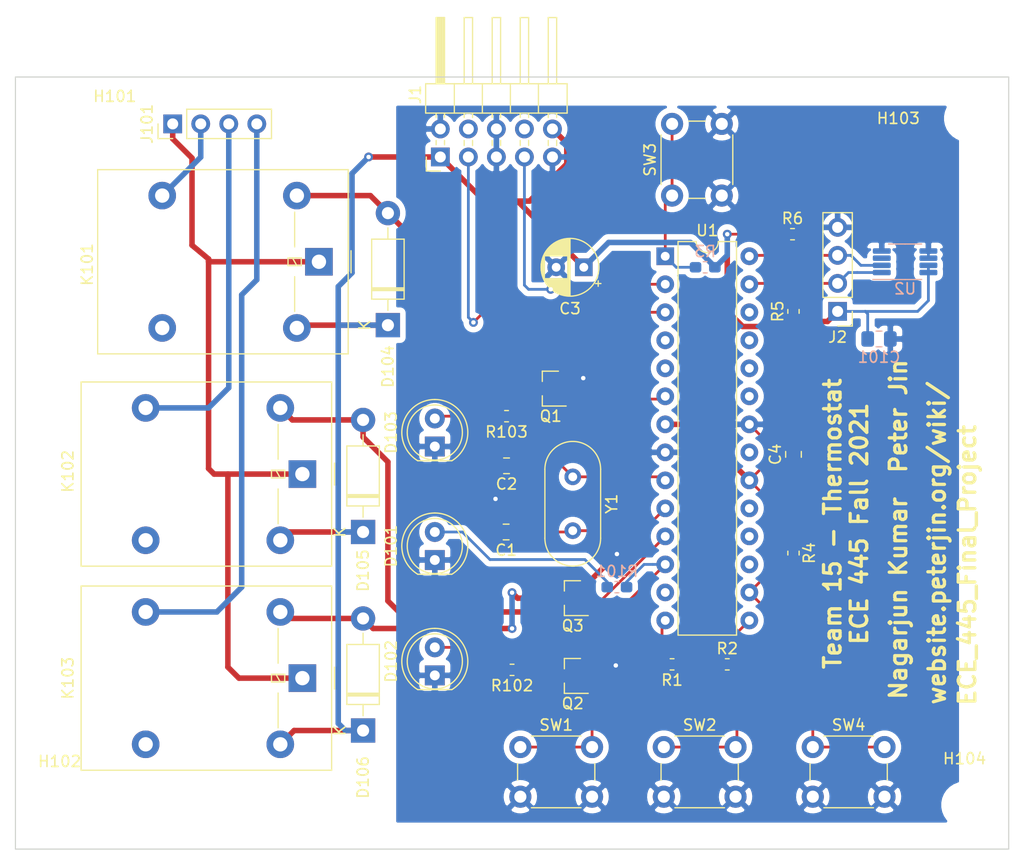
<source format=kicad_pcb>
(kicad_pcb (version 20171130) (host pcbnew 5.1.5+dfsg1-2build2)
  (layers (0 F.Cu signal) (31 B.Cu signal) (34 B.Paste user) (35 F.Paste user) (36 B.SilkS user) (37 F.SilkS user) (38 B.Mask user) (39 F.Mask user) (44 Edge.Cuts user))
  (net 0 "")
  (net 1 GND)
  (net 2 "Net-(C1-Pad1)")
  (net 3 "Net-(C2-Pad1)")
  (net 4 +5V)
  (net 5 "Net-(J1-Pad8)")
  (net 6 "Net-(J1-Pad7)")
  (net 7 "Net-(J1-Pad4)")
  (net 8 "Net-(J1-Pad3)")
  (net 9 "Net-(J2-Pad3)")
  (net 10 "Net-(J2-Pad2)")
  (net 11 "Net-(Q1-Pad1)")
  (net 12 "Net-(Q2-Pad1)")
  (net 13 "Net-(Q3-Pad1)")
  (net 14 "Net-(R1-Pad2)")
  (net 15 "Net-(R2-Pad2)")
  (net 16 "Net-(R3-Pad2)")
  (net 17 "Net-(R4-Pad2)")
  (net 18 "Net-(U1-Pad13)")
  (net 19 "Net-(U1-Pad26)")
  (net 20 "Net-(U1-Pad25)")
  (net 21 "Net-(U1-Pad24)")
  (net 22 "Net-(U1-Pad23)")
  (net 23 "Net-(U1-Pad21)")
  (net 24 "Net-(U1-Pad19)")
  (net 25 "Net-(U1-Pad5)")
  (net 26 "Net-(U1-Pad18)")
  (net 27 "Net-(U1-Pad4)")
  (net 28 "Net-(U1-Pad17)")
  (net 29 "Net-(U2-Pad3)")
  (net 30 "Net-(D101-Pad2)")
  (net 31 "Net-(D102-Pad2)")
  (net 32 "Net-(D103-Pad2)")
  (net 33 "Net-(D104-Pad2)")
  (net 34 "Net-(D105-Pad2)")
  (net 35 "Net-(D106-Pad2)")
  (net 36 "Net-(J101-Pad4)")
  (net 37 "Net-(J101-Pad3)")
  (net 38 "Net-(J101-Pad2)")
  (net 39 "Net-(J101-Pad1)")
  (net 40 "Net-(K101-Pad4)")
  (net 41 "Net-(K102-Pad4)")
  (net 42 "Net-(K103-Pad4)")
  (module MountingHole:MountingHole_3.2mm_M3 (layer F.Cu) (at 156 106)
    (fp_text reference H104 (at 0 -4.2) (layer F.SilkS))
    (fp_text value MountingHole)
    (pad 1 np_thru_hole circle (at 0 0) (size 3.2 3.2) (drill 3.2) (layers *.Cu *.Mask))
  )
  (module MountingHole:MountingHole_3.2mm_M3 (layer F.Cu) (at 156.25 43.75)
    (fp_text reference H103 (at -6.25 0) (layer F.SilkS))
    (fp_text value MountingHole)
    (pad 1 np_thru_hole circle (at 0 0) (size 3.2 3.2) (drill 3.2) (layers *.Cu *.Mask))
  )
  (module MountingHole:MountingHole_3.2mm_M3 (layer F.Cu) (at 74 106.25)
    (fp_text reference H102 (at 0 -4.2) (layer F.SilkS))
    (fp_text value MountingHole)
    (pad 1 np_thru_hole circle (at 0 0) (size 3.2 3.2) (drill 3.2) (layers *.Cu *.Mask))
  )
  (module MountingHole:MountingHole_3.2mm_M3 (layer F.Cu) (at 73.75 43.75)
    (fp_text reference H101 (at 5.25 -2) (layer F.SilkS))
    (fp_text value MountingHole)
    (pad 1 np_thru_hole circle (at 0 0) (size 3.2 3.2) (drill 3.2) (layers *.Cu *.Mask))
  )
  (module Capacitor_SMD:C_0805_2012Metric_Pad1.15x1.40mm_HandSolder (layer B.Cu) (at 148.25 63.75)
    (fp_text reference C101 (at 0 1.65) (layer B.SilkS) (effects (justify mirror)))
    (fp_text value 1uF)
    (pad 2 smd roundrect (at 1.025 0) (size 1.15 1.4) (layers B.Cu B.Paste B.Mask) (roundrect_rratio 0.217391) (net 1 GND))
    (pad 1 smd roundrect (at -1.025 0) (size 1.15 1.4) (layers B.Cu B.Paste B.Mask) (roundrect_rratio 0.217391) (net 4 +5V))
  )
  (module Package_SO:MSOP-8_3x3mm_P0.65mm (layer B.Cu) (at 150.6125 56.75)
    (fp_text reference U2 (at 0 2.45) (layer B.SilkS) (effects (justify mirror)))
    (fp_text value MCP9804_MSOP)
    (pad 8 smd roundrect (at 2.1125 0.975) (size 1.625 0.5) (layers B.Cu B.Paste B.Mask) (net 4 +5V))
    (pad 7 smd roundrect (at 2.1125 0.325) (size 1.625 0.5) (layers B.Cu B.Paste B.Mask) (net 4 +5V))
    (pad 6 smd roundrect (at 2.1125 -0.325) (size 1.625 0.5) (layers B.Cu B.Paste B.Mask) (net 1 GND))
    (pad 5 smd roundrect (at 2.1125 -0.975) (size 1.625 0.5) (layers B.Cu B.Paste B.Mask) (net 1 GND))
    (pad 4 smd roundrect (at -2.1125 -0.975) (size 1.625 0.5) (layers B.Cu B.Paste B.Mask) (net 1 GND))
    (pad 3 smd roundrect (at -2.1125 -0.325) (size 1.625 0.5) (layers B.Cu B.Paste B.Mask) (net 29 "Net-(U2-Pad3)"))
    (pad 2 smd roundrect (at -2.1125 0.325) (size 1.625 0.5) (layers B.Cu B.Paste B.Mask) (net 9 "Net-(J2-Pad3)"))
    (pad 1 smd roundrect (at -2.1125 0.975) (size 1.625 0.5) (layers B.Cu B.Paste B.Mask) (net 10 "Net-(J2-Pad2)"))
  )
  (module Resistor_SMD:R_0603_1608Metric_Pad1.05x0.95mm_HandSolder (layer F.Cu) (at 114.5 70.75 180)
    (fp_text reference R103 (at 0 -1.43) (layer F.SilkS))
    (fp_text value 220)
    (pad 2 smd roundrect (at 0.875 0 180) (size 1.05 0.95) (layers F.Cu F.Paste F.Mask) (net 32 "Net-(D103-Pad2)"))
    (pad 1 smd roundrect (at -0.875 0 180) (size 1.05 0.95) (layers F.Cu F.Paste F.Mask) (net 11 "Net-(Q1-Pad1)"))
  )
  (module Resistor_SMD:R_0603_1608Metric_Pad1.05x0.95mm_HandSolder (layer F.Cu) (at 115 93.75 180)
    (fp_text reference R102 (at 0 -1.43) (layer F.SilkS))
    (fp_text value 220)
    (pad 2 smd roundrect (at 0.875 0 180) (size 1.05 0.95) (layers F.Cu F.Paste F.Mask) (net 31 "Net-(D102-Pad2)"))
    (pad 1 smd roundrect (at -0.875 0 180) (size 1.05 0.95) (layers F.Cu F.Paste F.Mask) (net 12 "Net-(Q2-Pad1)"))
  )
  (module Resistor_SMD:R_0603_1608Metric_Pad1.05x0.95mm_HandSolder (layer B.Cu) (at 124.5 86.25 180)
    (fp_text reference R101 (at 0 1.43) (layer B.SilkS) (effects (justify mirror)))
    (fp_text value 220)
    (pad 2 smd roundrect (at 0.875 0 180) (size 1.05 0.95) (layers B.Cu B.Paste B.Mask) (net 30 "Net-(D101-Pad2)"))
    (pad 1 smd roundrect (at -0.875 0 180) (size 1.05 0.95) (layers B.Cu B.Paste B.Mask) (net 13 "Net-(Q3-Pad1)"))
  )
  (module Resistor_SMD:R_0603_1608Metric_Pad1.05x0.95mm_HandSolder (layer F.Cu) (at 140.4125 54.25)
    (fp_text reference R6 (at 0 -1.43) (layer F.SilkS))
    (fp_text value 2.2k)
    (pad 2 smd roundrect (at 0.875 0) (size 1.05 0.95) (layers F.Cu F.Paste F.Mask) (net 9 "Net-(J2-Pad3)"))
    (pad 1 smd roundrect (at -0.875 0) (size 1.05 0.95) (layers F.Cu F.Paste F.Mask) (net 4 +5V))
  )
  (module Resistor_SMD:R_0603_1608Metric_Pad1.05x0.95mm_HandSolder (layer F.Cu) (at 140.5 61.25 90)
    (fp_text reference R5 (at 0 -1.43 90) (layer F.SilkS))
    (fp_text value 2.2k)
    (pad 2 smd roundrect (at 0.875 0 90) (size 1.05 0.95) (layers F.Cu F.Paste F.Mask) (net 10 "Net-(J2-Pad2)"))
    (pad 1 smd roundrect (at -0.875 0 90) (size 1.05 0.95) (layers F.Cu F.Paste F.Mask) (net 4 +5V))
  )
  (module Resistor_SMD:R_0603_1608Metric_Pad1.05x0.95mm_HandSolder (layer F.Cu) (at 140.5 83.1625 270)
    (fp_text reference R4 (at 0 -1.43 90) (layer F.SilkS))
    (fp_text value 15k)
    (pad 2 smd roundrect (at 0.875 0 270) (size 1.05 0.95) (layers F.Cu F.Paste F.Mask) (net 17 "Net-(R4-Pad2)"))
    (pad 1 smd roundrect (at -0.875 0 270) (size 1.05 0.95) (layers F.Cu F.Paste F.Mask) (net 4 +5V))
  )
  (module Resistor_SMD:R_0603_1608Metric_Pad1.05x0.95mm_HandSolder (layer B.Cu) (at 132.5 57.25 180)
    (fp_text reference R3 (at 0 1.43) (layer B.SilkS) (effects (justify mirror)))
    (fp_text value 15k)
    (pad 2 smd roundrect (at 0.875 0 180) (size 1.05 0.95) (layers B.Cu B.Paste B.Mask) (net 16 "Net-(R3-Pad2)"))
    (pad 1 smd roundrect (at -0.875 0 180) (size 1.05 0.95) (layers B.Cu B.Paste B.Mask) (net 4 +5V))
  )
  (module Resistor_SMD:R_0603_1608Metric_Pad1.05x0.95mm_HandSolder (layer F.Cu) (at 134.5 93.25)
    (fp_text reference R2 (at 0 -1.43) (layer F.SilkS))
    (fp_text value 15k)
    (pad 2 smd roundrect (at 0.875 0) (size 1.05 0.95) (layers F.Cu F.Paste F.Mask) (net 15 "Net-(R2-Pad2)"))
    (pad 1 smd roundrect (at -0.875 0) (size 1.05 0.95) (layers F.Cu F.Paste F.Mask) (net 4 +5V))
  )
  (module Resistor_SMD:R_0603_1608Metric_Pad1.05x0.95mm_HandSolder (layer F.Cu) (at 129.5 93.25 180)
    (fp_text reference R1 (at 0 -1.43) (layer F.SilkS))
    (fp_text value 15k)
    (pad 2 smd roundrect (at 0.875 0 180) (size 1.05 0.95) (layers F.Cu F.Paste F.Mask) (net 14 "Net-(R1-Pad2)"))
    (pad 1 smd roundrect (at -0.875 0 180) (size 1.05 0.95) (layers F.Cu F.Paste F.Mask) (net 4 +5V))
  )
  (module Relay_THT:Relay_SPDT_Omron-G5LE-1 (layer F.Cu) (at 96 94.5 270)
    (fp_text reference K103 (at 0 21.25 90) (layer F.SilkS))
    (fp_text value G5LE-1)
    (pad 1 thru_hole rect (at 0 0 270) (size 2.5 2.5) (drill 1.3) (layers *.Cu *.Mask) (net 39 "Net-(J101-Pad1)"))
    (pad 2 thru_hole oval (at -6 2 270) (size 2.5 2.5) (drill 1.3) (layers *.Cu *.Mask) (net 35 "Net-(D106-Pad2)"))
    (pad 3 thru_hole oval (at -6 14.2 270) (size 2.5 2.5) (drill 1.3) (layers *.Cu *.Mask) (net 36 "Net-(J101-Pad4)"))
    (pad 4 thru_hole oval (at 6 14.2 270) (size 2.5 2.5) (drill 1.3) (layers *.Cu *.Mask) (net 42 "Net-(K103-Pad4)"))
    (pad 5 thru_hole oval (at 6 2 270) (size 2.5 2.5) (drill 1.3) (layers *.Cu *.Mask) (net 4 +5V))
  )
  (module Relay_THT:Relay_SPDT_Omron-G5LE-1 (layer F.Cu) (at 96 76 270)
    (fp_text reference K102 (at -0.25 21.25 90) (layer F.SilkS))
    (fp_text value G5LE-1)
    (pad 1 thru_hole rect (at 0 0 270) (size 2.5 2.5) (drill 1.3) (layers *.Cu *.Mask) (net 39 "Net-(J101-Pad1)"))
    (pad 2 thru_hole oval (at -6 2 270) (size 2.5 2.5) (drill 1.3) (layers *.Cu *.Mask) (net 34 "Net-(D105-Pad2)"))
    (pad 3 thru_hole oval (at -6 14.2 270) (size 2.5 2.5) (drill 1.3) (layers *.Cu *.Mask) (net 37 "Net-(J101-Pad3)"))
    (pad 4 thru_hole oval (at 6 14.2 270) (size 2.5 2.5) (drill 1.3) (layers *.Cu *.Mask) (net 41 "Net-(K102-Pad4)"))
    (pad 5 thru_hole oval (at 6 2 270) (size 2.5 2.5) (drill 1.3) (layers *.Cu *.Mask) (net 4 +5V))
  )
  (module Relay_THT:Relay_SPDT_Omron-G5LE-1 (layer F.Cu) (at 97.5 56.75 270)
    (fp_text reference K101 (at 0.25 21 90) (layer F.SilkS))
    (fp_text value G5LE-1)
    (pad 1 thru_hole rect (at 0 0 270) (size 2.5 2.5) (drill 1.3) (layers *.Cu *.Mask) (net 39 "Net-(J101-Pad1)"))
    (pad 2 thru_hole oval (at -6 2 270) (size 2.5 2.5) (drill 1.3) (layers *.Cu *.Mask) (net 33 "Net-(D104-Pad2)"))
    (pad 3 thru_hole oval (at -6 14.2 270) (size 2.5 2.5) (drill 1.3) (layers *.Cu *.Mask) (net 38 "Net-(J101-Pad2)"))
    (pad 4 thru_hole oval (at 6 14.2 270) (size 2.5 2.5) (drill 1.3) (layers *.Cu *.Mask) (net 40 "Net-(K101-Pad4)"))
    (pad 5 thru_hole oval (at 6 2 270) (size 2.5 2.5) (drill 1.3) (layers *.Cu *.Mask) (net 4 +5V))
  )
  (module Connector_PinHeader_2.54mm:PinHeader_1x04_P2.54mm_Vertical (layer F.Cu) (at 84.25 44.25 90)
    (fp_text reference J101 (at 0 -2.33 90) (layer F.SilkS))
    (fp_text value Conn_01x04)
    (pad 1 thru_hole rect (at 0 0 90) (size 1.7 1.7) (drill 1) (layers *.Cu *.Mask) (net 39 "Net-(J101-Pad1)"))
    (pad 2 thru_hole oval (at 0 2.54 90) (size 1.7 1.7) (drill 1) (layers *.Cu *.Mask) (net 38 "Net-(J101-Pad2)"))
    (pad 3 thru_hole oval (at 0 5.08 90) (size 1.7 1.7) (drill 1) (layers *.Cu *.Mask) (net 37 "Net-(J101-Pad3)"))
    (pad 4 thru_hole oval (at 0 7.62 90) (size 1.7 1.7) (drill 1) (layers *.Cu *.Mask) (net 36 "Net-(J101-Pad4)"))
  )
  (module Diode_THT:D_DO-41_SOD81_P10.16mm_Horizontal (layer F.Cu) (at 101.5 99.25 90)
    (fp_text reference D106 (at -4.25 0 90) (layer F.SilkS))
    (fp_text value 1N4001)
    (fp_text user K (at 0 -2.1 90) (layer F.SilkS))
    (pad 2 thru_hole oval (at 10.16 0 90) (size 2.2 2.2) (drill 1.1) (layers *.Cu *.Mask) (net 35 "Net-(D106-Pad2)"))
    (pad 1 thru_hole rect (at 0 0 90) (size 2.2 2.2) (drill 1.1) (layers *.Cu *.Mask) (net 4 +5V))
  )
  (module Diode_THT:D_DO-41_SOD81_P10.16mm_Horizontal (layer F.Cu) (at 101.5 81.25 90)
    (fp_text reference D105 (at -3.5 0 90) (layer F.SilkS))
    (fp_text value 1N4001)
    (fp_text user K (at 0 -2.1 90) (layer F.SilkS))
    (pad 2 thru_hole oval (at 10.16 0 90) (size 2.2 2.2) (drill 1.1) (layers *.Cu *.Mask) (net 34 "Net-(D105-Pad2)"))
    (pad 1 thru_hole rect (at 0 0 90) (size 2.2 2.2) (drill 1.1) (layers *.Cu *.Mask) (net 4 +5V))
  )
  (module Diode_THT:D_DO-41_SOD81_P10.16mm_Horizontal (layer F.Cu) (at 103.75 62.5 90)
    (fp_text reference D104 (at -3.75 0 90) (layer F.SilkS))
    (fp_text value 1N4001)
    (fp_text user K (at 0 -2.1 90) (layer F.SilkS))
    (pad 2 thru_hole oval (at 10.16 0 90) (size 2.2 2.2) (drill 1.1) (layers *.Cu *.Mask) (net 33 "Net-(D104-Pad2)"))
    (pad 1 thru_hole rect (at 0 0 90) (size 2.2 2.2) (drill 1.1) (layers *.Cu *.Mask) (net 4 +5V))
  )
  (module LED_THT:LED_D5.0mm (layer F.Cu) (at 108 73.5 90)
    (fp_text reference D103 (at 1.27 -3.96 90) (layer F.SilkS))
    (fp_text value LED)
    (pad 2 thru_hole circle (at 2.54 0 90) (size 1.8 1.8) (drill 0.9) (layers *.Cu *.Mask) (net 32 "Net-(D103-Pad2)"))
    (pad 1 thru_hole rect (at 0 0 90) (size 1.8 1.8) (drill 0.9) (layers *.Cu *.Mask) (net 1 GND))
  )
  (module LED_THT:LED_D5.0mm (layer F.Cu) (at 108 94.25 90)
    (fp_text reference D102 (at 1.27 -3.96 90) (layer F.SilkS))
    (fp_text value LED)
    (pad 2 thru_hole circle (at 2.54 0 90) (size 1.8 1.8) (drill 0.9) (layers *.Cu *.Mask) (net 31 "Net-(D102-Pad2)"))
    (pad 1 thru_hole rect (at 0 0 90) (size 1.8 1.8) (drill 0.9) (layers *.Cu *.Mask) (net 1 GND))
  )
  (module LED_THT:LED_D5.0mm (layer F.Cu) (at 108 83.79 90)
    (fp_text reference D101 (at 1.27 -3.96 90) (layer F.SilkS))
    (fp_text value LED)
    (pad 2 thru_hole circle (at 2.54 0 90) (size 1.8 1.8) (drill 0.9) (layers *.Cu *.Mask) (net 30 "Net-(D101-Pad2)"))
    (pad 1 thru_hole rect (at 0 0 90) (size 1.8 1.8) (drill 0.9) (layers *.Cu *.Mask) (net 1 GND))
  )
  (module Capacitor_SMD:C_0805_2012Metric_Pad1.15x1.40mm_HandSolder (layer F.Cu) (at 140.5 74.2125 90)
    (fp_text reference C4 (at 0 -1.65 90) (layer F.SilkS))
    (fp_text value 1uF)
    (pad 2 smd roundrect (at 1.025 0 90) (size 1.15 1.4) (layers F.Cu F.Paste F.Mask) (roundrect_rratio 0.217391) (net 1 GND))
    (pad 1 smd roundrect (at -1.025 0 90) (size 1.15 1.4) (layers F.Cu F.Paste F.Mask) (roundrect_rratio 0.217391) (net 4 +5V))
  )
  (module Capacitor_THT:CP_Radial_D5.0mm_P2.50mm (layer F.Cu) (at 121.5 57.25 180)
    (fp_text reference C3 (at 1.25 -3.75) (layer F.SilkS))
    (fp_text value 47uF)
    (pad 2 thru_hole circle (at 2.5 0 180) (size 1.6 1.6) (drill 0.8) (layers *.Cu *.Mask) (net 1 GND))
    (pad 1 thru_hole rect (at 0 0 180) (size 1.6 1.6) (drill 0.8) (layers *.Cu *.Mask) (net 4 +5V))
  )
  (module Capacitor_SMD:C_0805_2012Metric_Pad1.15x1.40mm_HandSolder (layer F.Cu) (at 114.5 75.25 180)
    (fp_text reference C2 (at 0 -1.65) (layer F.SilkS))
    (fp_text value 22pf)
    (pad 2 smd roundrect (at 1.025 0 180) (size 1.15 1.4) (layers F.Cu F.Paste F.Mask) (roundrect_rratio 0.217391) (net 1 GND))
    (pad 1 smd roundrect (at -1.025 0 180) (size 1.15 1.4) (layers F.Cu F.Paste F.Mask) (roundrect_rratio 0.217391) (net 3 "Net-(C2-Pad1)"))
  )
  (module Capacitor_SMD:C_0805_2012Metric_Pad1.15x1.40mm_HandSolder (layer F.Cu) (at 114.4625 81.25 180)
    (fp_text reference C1 (at 0 -1.65) (layer F.SilkS))
    (fp_text value 22pf)
    (pad 2 smd roundrect (at 1.025 0 180) (size 1.15 1.4) (layers F.Cu F.Paste F.Mask) (roundrect_rratio 0.217391) (net 1 GND))
    (pad 1 smd roundrect (at -1.025 0 180) (size 1.15 1.4) (layers F.Cu F.Paste F.Mask) (roundrect_rratio 0.217391) (net 2 "Net-(C1-Pad1)"))
  )
  (module Crystal:Crystal_HC49-U_Vertical (layer F.Cu) (at 120.5 76.25 270)
    (fp_text reference Y1 (at 2.44 -3.525 90) (layer F.SilkS))
    (fp_text value "16 MHz")
    (pad 2 thru_hole circle (at 4.88 0 270) (size 1.5 1.5) (drill 0.8) (layers *.Cu *.Mask) (net 2 "Net-(C1-Pad1)"))
    (pad 1 thru_hole circle (at 0 0 270) (size 1.5 1.5) (drill 0.8) (layers *.Cu *.Mask) (net 3 "Net-(C2-Pad1)"))
  )
  (module Package_DIP:DIP-28_W7.62mm (layer F.Cu) (at 128.88 56.25)
    (fp_text reference U1 (at 3.81 -2.33) (layer F.SilkS))
    (fp_text value ATmega328P-PU)
    (pad 28 thru_hole oval (at 7.62 0) (size 1.6 1.6) (drill 0.8) (layers *.Cu *.Mask) (net 9 "Net-(J2-Pad3)"))
    (pad 14 thru_hole oval (at 0 33.02) (size 1.6 1.6) (drill 0.8) (layers *.Cu *.Mask) (net 14 "Net-(R1-Pad2)"))
    (pad 27 thru_hole oval (at 7.62 2.54) (size 1.6 1.6) (drill 0.8) (layers *.Cu *.Mask) (net 10 "Net-(J2-Pad2)"))
    (pad 13 thru_hole oval (at 0 30.48) (size 1.6 1.6) (drill 0.8) (layers *.Cu *.Mask) (net 18 "Net-(U1-Pad13)"))
    (pad 26 thru_hole oval (at 7.62 5.08) (size 1.6 1.6) (drill 0.8) (layers *.Cu *.Mask) (net 19 "Net-(U1-Pad26)"))
    (pad 12 thru_hole oval (at 0 27.94) (size 1.6 1.6) (drill 0.8) (layers *.Cu *.Mask) (net 13 "Net-(Q3-Pad1)"))
    (pad 25 thru_hole oval (at 7.62 7.62) (size 1.6 1.6) (drill 0.8) (layers *.Cu *.Mask) (net 20 "Net-(U1-Pad25)"))
    (pad 11 thru_hole oval (at 0 25.4) (size 1.6 1.6) (drill 0.8) (layers *.Cu *.Mask) (net 12 "Net-(Q2-Pad1)"))
    (pad 24 thru_hole oval (at 7.62 10.16) (size 1.6 1.6) (drill 0.8) (layers *.Cu *.Mask) (net 21 "Net-(U1-Pad24)"))
    (pad 10 thru_hole oval (at 0 22.86) (size 1.6 1.6) (drill 0.8) (layers *.Cu *.Mask) (net 2 "Net-(C1-Pad1)"))
    (pad 23 thru_hole oval (at 7.62 12.7) (size 1.6 1.6) (drill 0.8) (layers *.Cu *.Mask) (net 22 "Net-(U1-Pad23)"))
    (pad 9 thru_hole oval (at 0 20.32) (size 1.6 1.6) (drill 0.8) (layers *.Cu *.Mask) (net 3 "Net-(C2-Pad1)"))
    (pad 22 thru_hole oval (at 7.62 15.24) (size 1.6 1.6) (drill 0.8) (layers *.Cu *.Mask) (net 1 GND))
    (pad 8 thru_hole oval (at 0 17.78) (size 1.6 1.6) (drill 0.8) (layers *.Cu *.Mask) (net 1 GND))
    (pad 21 thru_hole oval (at 7.62 17.78) (size 1.6 1.6) (drill 0.8) (layers *.Cu *.Mask) (net 23 "Net-(U1-Pad21)"))
    (pad 7 thru_hole oval (at 0 15.24) (size 1.6 1.6) (drill 0.8) (layers *.Cu *.Mask) (net 4 +5V))
    (pad 20 thru_hole oval (at 7.62 20.32) (size 1.6 1.6) (drill 0.8) (layers *.Cu *.Mask) (net 4 +5V))
    (pad 6 thru_hole oval (at 0 12.7) (size 1.6 1.6) (drill 0.8) (layers *.Cu *.Mask) (net 11 "Net-(Q1-Pad1)"))
    (pad 19 thru_hole oval (at 7.62 22.86) (size 1.6 1.6) (drill 0.8) (layers *.Cu *.Mask) (net 24 "Net-(U1-Pad19)"))
    (pad 5 thru_hole oval (at 0 10.16) (size 1.6 1.6) (drill 0.8) (layers *.Cu *.Mask) (net 25 "Net-(U1-Pad5)"))
    (pad 18 thru_hole oval (at 7.62 25.4) (size 1.6 1.6) (drill 0.8) (layers *.Cu *.Mask) (net 26 "Net-(U1-Pad18)"))
    (pad 4 thru_hole oval (at 0 7.62) (size 1.6 1.6) (drill 0.8) (layers *.Cu *.Mask) (net 27 "Net-(U1-Pad4)"))
    (pad 17 thru_hole oval (at 7.62 27.94) (size 1.6 1.6) (drill 0.8) (layers *.Cu *.Mask) (net 28 "Net-(U1-Pad17)"))
    (pad 3 thru_hole oval (at 0 5.08) (size 1.6 1.6) (drill 0.8) (layers *.Cu *.Mask) (net 8 "Net-(J1-Pad3)"))
    (pad 16 thru_hole oval (at 7.62 30.48) (size 1.6 1.6) (drill 0.8) (layers *.Cu *.Mask) (net 17 "Net-(R4-Pad2)"))
    (pad 2 thru_hole oval (at 0 2.54) (size 1.6 1.6) (drill 0.8) (layers *.Cu *.Mask) (net 6 "Net-(J1-Pad7)"))
    (pad 15 thru_hole oval (at 7.62 33.02) (size 1.6 1.6) (drill 0.8) (layers *.Cu *.Mask) (net 15 "Net-(R2-Pad2)"))
    (pad 1 thru_hole rect (at 0 0) (size 1.6 1.6) (drill 0.8) (layers *.Cu *.Mask) (net 16 "Net-(R3-Pad2)"))
  )
  (module Button_Switch_THT:SW_PUSH_6mm (layer F.Cu) (at 142.25 100.75)
    (fp_text reference SW4 (at 3.25 -2) (layer F.SilkS))
    (fp_text value SW_Push)
    (pad 2 thru_hole circle (at 0 4.5 90) (size 2 2) (drill 1.1) (layers *.Cu *.Mask) (net 1 GND))
    (pad 1 thru_hole circle (at 0 0 90) (size 2 2) (drill 1.1) (layers *.Cu *.Mask) (net 17 "Net-(R4-Pad2)"))
    (pad 2 thru_hole circle (at 6.5 4.5 90) (size 2 2) (drill 1.1) (layers *.Cu *.Mask) (net 1 GND))
    (pad 1 thru_hole circle (at 6.5 0 90) (size 2 2) (drill 1.1) (layers *.Cu *.Mask) (net 17 "Net-(R4-Pad2)"))
  )
  (module Button_Switch_THT:SW_PUSH_6mm (layer F.Cu) (at 129.5 50.75 90)
    (fp_text reference SW3 (at 3.25 -2 90) (layer F.SilkS))
    (fp_text value SW_Push)
    (pad 1 thru_hole circle (at 6.5 0 180) (size 2 2) (drill 1.1) (layers *.Cu *.Mask) (net 16 "Net-(R3-Pad2)"))
    (pad 2 thru_hole circle (at 6.5 4.5 180) (size 2 2) (drill 1.1) (layers *.Cu *.Mask) (net 1 GND))
    (pad 1 thru_hole circle (at 0 0 180) (size 2 2) (drill 1.1) (layers *.Cu *.Mask) (net 16 "Net-(R3-Pad2)"))
    (pad 2 thru_hole circle (at 0 4.5 180) (size 2 2) (drill 1.1) (layers *.Cu *.Mask) (net 1 GND))
  )
  (module Button_Switch_THT:SW_PUSH_6mm (layer F.Cu) (at 128.75 100.75)
    (fp_text reference SW2 (at 3.25 -2) (layer F.SilkS))
    (fp_text value SW_Push)
    (pad 2 thru_hole circle (at 0 4.5 90) (size 2 2) (drill 1.1) (layers *.Cu *.Mask) (net 1 GND))
    (pad 1 thru_hole circle (at 0 0 90) (size 2 2) (drill 1.1) (layers *.Cu *.Mask) (net 15 "Net-(R2-Pad2)"))
    (pad 2 thru_hole circle (at 6.5 4.5 90) (size 2 2) (drill 1.1) (layers *.Cu *.Mask) (net 1 GND))
    (pad 1 thru_hole circle (at 6.5 0 90) (size 2 2) (drill 1.1) (layers *.Cu *.Mask) (net 15 "Net-(R2-Pad2)"))
  )
  (module Button_Switch_THT:SW_PUSH_6mm (layer F.Cu) (at 115.75 100.75)
    (fp_text reference SW1 (at 3.25 -2) (layer F.SilkS))
    (fp_text value SW_Push)
    (pad 2 thru_hole circle (at 0 4.5 90) (size 2 2) (drill 1.1) (layers *.Cu *.Mask) (net 1 GND))
    (pad 1 thru_hole circle (at 0 0 90) (size 2 2) (drill 1.1) (layers *.Cu *.Mask) (net 14 "Net-(R1-Pad2)"))
    (pad 2 thru_hole circle (at 6.5 4.5 90) (size 2 2) (drill 1.1) (layers *.Cu *.Mask) (net 1 GND))
    (pad 1 thru_hole circle (at 6.5 0 90) (size 2 2) (drill 1.1) (layers *.Cu *.Mask) (net 14 "Net-(R1-Pad2)"))
  )
  (module Package_TO_SOT_SMD:SOT-23 (layer F.Cu) (at 120.5 87.25 180)
    (fp_text reference Q3 (at 0 -2.5) (layer F.SilkS))
    (fp_text value DMG3414U)
    (pad 3 smd rect (at 1 0 180) (size 0.9 0.8) (layers F.Cu F.Paste F.Mask) (net 35 "Net-(D106-Pad2)"))
    (pad 2 smd rect (at -1 0.95 180) (size 0.9 0.8) (layers F.Cu F.Paste F.Mask) (net 1 GND))
    (pad 1 smd rect (at -1 -0.95 180) (size 0.9 0.8) (layers F.Cu F.Paste F.Mask) (net 13 "Net-(Q3-Pad1)"))
  )
  (module Package_TO_SOT_SMD:SOT-23 (layer F.Cu) (at 120.5 94.3 180)
    (fp_text reference Q2 (at 0 -2.5) (layer F.SilkS))
    (fp_text value DMG3414U)
    (pad 3 smd rect (at 1 0 180) (size 0.9 0.8) (layers F.Cu F.Paste F.Mask) (net 34 "Net-(D105-Pad2)"))
    (pad 2 smd rect (at -1 0.95 180) (size 0.9 0.8) (layers F.Cu F.Paste F.Mask) (net 1 GND))
    (pad 1 smd rect (at -1 -0.95 180) (size 0.9 0.8) (layers F.Cu F.Paste F.Mask) (net 12 "Net-(Q2-Pad1)"))
  )
  (module Package_TO_SOT_SMD:SOT-23 (layer F.Cu) (at 118.5 68.25 180)
    (fp_text reference Q1 (at 0 -2.5) (layer F.SilkS))
    (fp_text value DMG3414U)
    (pad 3 smd rect (at 1 0 180) (size 0.9 0.8) (layers F.Cu F.Paste F.Mask) (net 33 "Net-(D104-Pad2)"))
    (pad 2 smd rect (at -1 0.95 180) (size 0.9 0.8) (layers F.Cu F.Paste F.Mask) (net 1 GND))
    (pad 1 smd rect (at -1 -0.95 180) (size 0.9 0.8) (layers F.Cu F.Paste F.Mask) (net 11 "Net-(Q1-Pad1)"))
  )
  (module Connector_PinHeader_2.54mm:PinHeader_1x04_P2.54mm_Vertical (layer F.Cu) (at 144.5 61.25 180)
    (fp_text reference J2 (at 0 -2.33) (layer F.SilkS))
    (fp_text value Conn_01x04)
    (pad 4 thru_hole oval (at 0 7.62 180) (size 1.7 1.7) (drill 1) (layers *.Cu *.Mask) (net 1 GND))
    (pad 3 thru_hole oval (at 0 5.08 180) (size 1.7 1.7) (drill 1) (layers *.Cu *.Mask) (net 9 "Net-(J2-Pad3)"))
    (pad 2 thru_hole oval (at 0 2.54 180) (size 1.7 1.7) (drill 1) (layers *.Cu *.Mask) (net 10 "Net-(J2-Pad2)"))
    (pad 1 thru_hole rect (at 0 0 180) (size 1.7 1.7) (drill 1) (layers *.Cu *.Mask) (net 4 +5V))
  )
  (module Connector_PinHeader_2.54mm:PinHeader_2x05_P2.54mm_Horizontal (layer F.Cu) (at 108.5 47.25 90)
    (fp_text reference J1 (at 5.655 -2.27 90) (layer F.SilkS))
    (fp_text value Conn_02x05_Odd_Even)
    (pad 10 thru_hole oval (at 2.54 10.16 90) (size 1.7 1.7) (drill 1) (layers *.Cu *.Mask) (net 4 +5V))
    (pad 9 thru_hole oval (at 0 10.16 90) (size 1.7 1.7) (drill 1) (layers *.Cu *.Mask) (net 1 GND))
    (pad 8 thru_hole oval (at 2.54 7.62 90) (size 1.7 1.7) (drill 1) (layers *.Cu *.Mask) (net 5 "Net-(J1-Pad8)"))
    (pad 7 thru_hole oval (at 0 7.62 90) (size 1.7 1.7) (drill 1) (layers *.Cu *.Mask) (net 6 "Net-(J1-Pad7)"))
    (pad 6 thru_hole oval (at 2.54 5.08 90) (size 1.7 1.7) (drill 1) (layers *.Cu *.Mask) (net 1 GND))
    (pad 5 thru_hole oval (at 0 5.08 90) (size 1.7 1.7) (drill 1) (layers *.Cu *.Mask) (net 1 GND))
    (pad 4 thru_hole oval (at 2.54 2.54 90) (size 1.7 1.7) (drill 1) (layers *.Cu *.Mask) (net 7 "Net-(J1-Pad4)"))
    (pad 3 thru_hole oval (at 0 2.54 90) (size 1.7 1.7) (drill 1) (layers *.Cu *.Mask) (net 8 "Net-(J1-Pad3)"))
    (pad 2 thru_hole oval (at 2.54 0 90) (size 1.7 1.7) (drill 1) (layers *.Cu *.Mask) (net 1 GND))
    (pad 1 thru_hole rect (at 0 0 90) (size 1.7 1.7) (drill 1) (layers *.Cu *.Mask) (net 4 +5V))
  )
  (gr_text "Peter Jin" (at 150 70.75 90) (layer F.SilkS) (effects (font (size 1.5 1.5) (thickness 0.3))))
  (gr_text "Nagarjun Kumar" (at 150 87.25 90) (layer F.SilkS) (effects (font (size 1.5 1.5) (thickness 0.3))))
  (gr_text "Team 15 - Thermostat\nECE 445 Fall 2021" (at 145.25 80.5 90) (layer F.SilkS) (effects (font (size 1.5 1.5) (thickness 0.3))))
  (gr_text ECE_445_Final_Project (at 156.25 84.25 90) (layer F.SilkS) (effects (font (size 1.5 1.5) (thickness 0.3))))
  (gr_text website.peterjin.org/wiki/ (at 153.5 82.25 90) (layer F.SilkS) (effects (font (size 1.5 1.5) (thickness 0.3))))
  (gr_line (start 160 40) (end 160 110) (layer Edge.Cuts) (width 0.1))
  (gr_line (start 70 40) (end 160 40) (layer Edge.Cuts) (width 0.1))
  (gr_line (start 70 110) (end 70 40) (layer Edge.Cuts) (width 0.1))
  (gr_line (start 160 110) (end 70 110) (layer Edge.Cuts) (width 0.1))
  (segment (start 138.185 73.175) (end 136.5 71.49) (width 0.25) (layer F.Cu) (net 1))
  (segment (start 140.5 73.175) (end 138.185 73.175) (width 0.25) (layer F.Cu) (net 1))
  (segment (start 121.5 93.35) (end 124.4 93.35) (width 0.5) (layer F.Cu) (net 1))
  (segment (start 124.4 93.35) (end 124.4 93.35) (width 0.5) (layer F.Cu) (net 1))
  (via (at 124.4 93.35) (size 0.8) (drill 0.4) (layers F.Cu B.Cu) (net 1))
  (segment (start 121.5 86.3) (end 121.5 86.25) (width 0.5) (layer F.Cu) (net 1))
  (segment (start 121.5 86.25) (end 124.5 83.25) (width 0.5) (layer F.Cu) (net 1))
  (segment (start 124.5 83.25) (end 124.5 83.25) (width 0.5) (layer F.Cu) (net 1))
  (via (at 124.5 83.25) (size 0.8) (drill 0.4) (layers F.Cu B.Cu) (net 1))
  (segment (start 119.5 67.3) (end 121.45 67.3) (width 0.5) (layer F.Cu) (net 1))
  (segment (start 121.45 67.3) (end 121.45 67.3) (width 0.5) (layer F.Cu) (net 1))
  (via (at 121.45 67.3) (size 0.8) (drill 0.4) (layers F.Cu B.Cu) (net 1))
  (via (at 113.5 78.25) (size 0.8) (drill 0.4) (layers F.Cu B.Cu) (net 1))
  (segment (start 113.4625 78.2125) (end 113.5 78.25) (width 0.25) (layer F.Cu) (net 1))
  (segment (start 113.4625 75.25) (end 113.4625 78.2125) (width 0.25) (layer F.Cu) (net 1))
  (segment (start 113.5 81.175) (end 113.425 81.25) (width 0.25) (layer F.Cu) (net 1))
  (segment (start 113.5 78.25) (end 113.5 81.175) (width 0.25) (layer F.Cu) (net 1))
  (segment (start 152.725 55.775) (end 152.725 56.425) (width 0.25) (layer B.Cu) (net 1))
  (segment (start 120.38 81.25) (end 120.5 81.13) (width 0.25) (layer F.Cu) (net 2))
  (segment (start 115.5 81.25) (end 120.38 81.25) (width 0.25) (layer F.Cu) (net 2))
  (segment (start 126.86 81.13) (end 128.88 79.11) (width 0.25) (layer F.Cu) (net 2))
  (segment (start 120.5 81.13) (end 126.86 81.13) (width 0.25) (layer F.Cu) (net 2))
  (segment (start 119.5 75.25) (end 120.5 76.25) (width 0.25) (layer F.Cu) (net 3))
  (segment (start 115.5375 75.25) (end 119.5 75.25) (width 0.25) (layer F.Cu) (net 3))
  (segment (start 128.56 76.25) (end 128.88 76.57) (width 0.25) (layer F.Cu) (net 3))
  (segment (start 120.5 76.25) (end 128.56 76.25) (width 0.25) (layer F.Cu) (net 3))
  (via (at 134.5 54.25) (size 0.8) (drill 0.4) (layers F.Cu B.Cu) (net 4))
  (segment (start 137.82 75.25) (end 136.5 76.57) (width 0.25) (layer F.Cu) (net 4))
  (segment (start 140.5 75.25) (end 137.82 75.25) (width 0.25) (layer F.Cu) (net 4))
  (segment (start 131.42 71.49) (end 136.5 76.57) (width 0.5) (layer F.Cu) (net 4))
  (segment (start 128.88 71.49) (end 131.42 71.49) (width 0.5) (layer F.Cu) (net 4))
  (segment (start 121.5 57.25) (end 115.5 51.25) (width 0.5) (layer F.Cu) (net 4))
  (segment (start 112.5 51.25) (end 108.5 47.25) (width 0.5) (layer F.Cu) (net 4))
  (segment (start 115.5 51.25) (end 112.5 51.25) (width 0.5) (layer F.Cu) (net 4))
  (segment (start 119.960001 46.010001) (end 118.66 44.71) (width 0.5) (layer F.Cu) (net 4))
  (segment (start 119.960001 47.874001) (end 119.960001 46.010001) (width 0.5) (layer F.Cu) (net 4))
  (segment (start 116.584002 51.25) (end 119.960001 47.874001) (width 0.5) (layer F.Cu) (net 4))
  (segment (start 115.5 51.25) (end 116.584002 51.25) (width 0.5) (layer F.Cu) (net 4))
  (segment (start 131.162499 54.999999) (end 123.750001 54.999999) (width 0.5) (layer B.Cu) (net 4))
  (segment (start 123.750001 54.999999) (end 121.5 57.25) (width 0.5) (layer B.Cu) (net 4))
  (segment (start 133.4125 57.25) (end 131.162499 54.999999) (width 0.5) (layer B.Cu) (net 4))
  (segment (start 134.5 54.25) (end 139.5 54.25) (width 0.25) (layer F.Cu) (net 4))
  (segment (start 140.042501 62.619999) (end 140.5 62.1625) (width 0.5) (layer F.Cu) (net 4))
  (segment (start 135.899999 62.619999) (end 140.042501 62.619999) (width 0.5) (layer F.Cu) (net 4))
  (segment (start 134.5 61.22) (end 135.899999 62.619999) (width 0.5) (layer F.Cu) (net 4))
  (segment (start 134.5 54.25) (end 134.5 61.22) (width 0.5) (layer F.Cu) (net 4))
  (segment (start 134.5 56.1625) (end 133.4125 57.25) (width 0.5) (layer B.Cu) (net 4))
  (segment (start 134.5 54.25) (end 134.5 56.1625) (width 0.5) (layer B.Cu) (net 4))
  (segment (start 143.5875 62.1625) (end 144.5 61.25) (width 0.5) (layer F.Cu) (net 4))
  (segment (start 140.5 62.1625) (end 143.5875 62.1625) (width 0.5) (layer F.Cu) (net 4))
  (segment (start 131.42 93.17) (end 131.5 93.25) (width 0.25) (layer F.Cu) (net 4))
  (segment (start 131.42 71.49) (end 131.42 93.17) (width 0.25) (layer F.Cu) (net 4))
  (segment (start 131.5 93.25) (end 133.5875 93.25) (width 0.25) (layer F.Cu) (net 4))
  (segment (start 130.4125 93.25) (end 131.5 93.25) (width 0.25) (layer F.Cu) (net 4))
  (segment (start 134.5 68.41) (end 131.42 71.49) (width 0.5) (layer F.Cu) (net 4))
  (segment (start 134.5 61.22) (end 134.5 68.41) (width 0.5) (layer F.Cu) (net 4))
  (segment (start 140.5 80.57) (end 136.5 76.57) (width 0.25) (layer F.Cu) (net 4))
  (segment (start 140.5 82.25) (end 140.5 80.57) (width 0.25) (layer F.Cu) (net 4))
  (segment (start 152.725 60.275) (end 152.725 57.725) (width 0.25) (layer B.Cu) (net 4))
  (segment (start 151.75 61.25) (end 152.725 60.275) (width 0.25) (layer B.Cu) (net 4))
  (segment (start 152.725 57.725) (end 152.725 57.075) (width 0.25) (layer B.Cu) (net 4))
  (segment (start 147.225 61.475) (end 147 61.25) (width 0.25) (layer B.Cu) (net 4))
  (segment (start 147.225 63.75) (end 147.225 61.475) (width 0.25) (layer B.Cu) (net 4))
  (segment (start 147 61.25) (end 151.75 61.25) (width 0.25) (layer B.Cu) (net 4))
  (segment (start 144.5 61.25) (end 147 61.25) (width 0.25) (layer B.Cu) (net 4))
  (segment (start 95.75 62.5) (end 95.5 62.75) (width 0.5) (layer F.Cu) (net 4))
  (segment (start 103.75 62.5) (end 95.75 62.5) (width 0.5) (layer F.Cu) (net 4))
  (segment (start 94.75 81.25) (end 94 82) (width 0.5) (layer F.Cu) (net 4))
  (segment (start 101.5 81.25) (end 94.75 81.25) (width 0.5) (layer F.Cu) (net 4))
  (segment (start 95.249999 99.250001) (end 94 100.5) (width 0.5) (layer F.Cu) (net 4))
  (segment (start 101.5 99.25) (end 95.249999 99.250001) (width 0.5) (layer F.Cu) (net 4))
  (segment (start 102 47.25) (end 102 47.25) (width 0.5) (layer B.Cu) (net 4))
  (segment (start 100.5 48.75) (end 102 47.25) (width 0.5) (layer B.Cu) (net 4))
  (segment (start 100.5 57.75) (end 100.5 48.75) (width 0.5) (layer B.Cu) (net 4))
  (segment (start 99.25 59) (end 100.5 57.75) (width 0.5) (layer B.Cu) (net 4))
  (segment (start 99.9 99.25) (end 99.25 98.6) (width 0.5) (layer B.Cu) (net 4))
  (segment (start 101.5 99.25) (end 99.9 99.25) (width 0.5) (layer B.Cu) (net 4))
  (segment (start 99.9 81.25) (end 99.25 81.25) (width 0.5) (layer B.Cu) (net 4))
  (segment (start 101.5 81.25) (end 99.9 81.25) (width 0.5) (layer B.Cu) (net 4))
  (segment (start 99.25 98.6) (end 99.25 81.25) (width 0.5) (layer B.Cu) (net 4))
  (segment (start 103.75 62.5) (end 99.25 62.5) (width 0.5) (layer B.Cu) (net 4))
  (segment (start 99.25 62.5) (end 99.25 59) (width 0.5) (layer B.Cu) (net 4))
  (segment (start 99.25 81.25) (end 99.25 62.5) (width 0.5) (layer B.Cu) (net 4))
  (via (at 102 47.25) (size 0.8) (drill 0.4) (layers F.Cu B.Cu) (net 4))
  (segment (start 108.5 47.25) (end 102 47.25) (width 0.5) (layer F.Cu) (net 4))
  (segment (start 116.12 47.25) (end 116.12 58.87) (width 0.25) (layer B.Cu) (net 6))
  (segment (start 116.12 58.87) (end 116.5 59.25) (width 0.25) (layer B.Cu) (net 6))
  (segment (start 116.5 59.25) (end 118.5 59.25) (width 0.25) (layer B.Cu) (net 6))
  (segment (start 118.5 59.25) (end 118.5 59.25) (width 0.25) (layer B.Cu) (net 6))
  (via (at 118.5 59.25) (size 0.8) (drill 0.4) (layers F.Cu B.Cu) (net 6))
  (segment (start 118.96 58.79) (end 118.5 59.25) (width 0.25) (layer F.Cu) (net 6))
  (segment (start 128.88 58.79) (end 118.96 58.79) (width 0.25) (layer F.Cu) (net 6))
  (segment (start 111.04 47.25) (end 111.04 61.79) (width 0.25) (layer B.Cu) (net 8))
  (segment (start 111.04 61.79) (end 111.5 62.25) (width 0.25) (layer B.Cu) (net 8))
  (segment (start 128.88 61.33) (end 112.42 61.33) (width 0.25) (layer F.Cu) (net 8))
  (segment (start 112.42 61.33) (end 111.5 62.25) (width 0.25) (layer F.Cu) (net 8))
  (segment (start 111.5 62.25) (end 111.5 62.25) (width 0.25) (layer F.Cu) (net 8))
  (via (at 111.5 62.25) (size 0.8) (drill 0.4) (layers F.Cu B.Cu) (net 8))
  (segment (start 136.58 56.17) (end 136.5 56.25) (width 0.25) (layer F.Cu) (net 9))
  (segment (start 141.325 56.075) (end 141.42 56.17) (width 0.25) (layer F.Cu) (net 9))
  (segment (start 141.325 54.25) (end 141.325 56.075) (width 0.25) (layer F.Cu) (net 9))
  (segment (start 141.42 56.17) (end 136.58 56.17) (width 0.25) (layer F.Cu) (net 9))
  (segment (start 144.5 56.17) (end 141.42 56.17) (width 0.25) (layer F.Cu) (net 9))
  (segment (start 145.702081 56.17) (end 144.5 56.17) (width 0.25) (layer B.Cu) (net 9))
  (segment (start 146.607081 57.075) (end 145.702081 56.17) (width 0.25) (layer B.Cu) (net 9))
  (segment (start 148.5 57.075) (end 146.607081 57.075) (width 0.25) (layer B.Cu) (net 9))
  (segment (start 136.58 58.71) (end 136.5 58.79) (width 0.25) (layer F.Cu) (net 10))
  (segment (start 140.5 59.25) (end 141.04 58.71) (width 0.25) (layer F.Cu) (net 10))
  (segment (start 140.5 60.3375) (end 140.5 59.25) (width 0.25) (layer F.Cu) (net 10))
  (segment (start 141.04 58.71) (end 136.58 58.71) (width 0.25) (layer F.Cu) (net 10))
  (segment (start 144.5 58.71) (end 141.04 58.71) (width 0.25) (layer F.Cu) (net 10))
  (segment (start 145.485 57.725) (end 144.5 58.71) (width 0.25) (layer B.Cu) (net 10))
  (segment (start 146.275 57.725) (end 148.5 57.725) (width 0.25) (layer B.Cu) (net 10))
  (segment (start 145.485 57.725) (end 146.275 57.725) (width 0.25) (layer B.Cu) (net 10))
  (segment (start 128.63 69.2) (end 128.88 68.95) (width 0.25) (layer F.Cu) (net 11))
  (segment (start 119.5 69.2) (end 128.63 69.2) (width 0.25) (layer F.Cu) (net 11))
  (segment (start 119.5 69.85) (end 119.5 69.2) (width 0.25) (layer F.Cu) (net 11))
  (segment (start 118.6 70.75) (end 119.5 69.85) (width 0.25) (layer F.Cu) (net 11))
  (segment (start 115.375 70.75) (end 118.6 70.75) (width 0.25) (layer F.Cu) (net 11))
  (segment (start 120.724999 94.474999) (end 121.5 95.25) (width 0.25) (layer F.Cu) (net 12))
  (segment (start 120.724999 87.539999) (end 120.724999 94.474999) (width 0.25) (layer F.Cu) (net 12))
  (segment (start 120.789999 87.474999) (end 120.724999 87.539999) (width 0.25) (layer F.Cu) (net 12))
  (segment (start 123.055001 87.474999) (end 120.789999 87.474999) (width 0.25) (layer F.Cu) (net 12))
  (segment (start 128.88 81.65) (end 123.055001 87.474999) (width 0.25) (layer F.Cu) (net 12))
  (segment (start 120.8 95.25) (end 121.5 95.25) (width 0.25) (layer F.Cu) (net 12))
  (segment (start 116.4 93.75) (end 117.9 95.25) (width 0.25) (layer F.Cu) (net 12))
  (segment (start 117.9 95.25) (end 120.8 95.25) (width 0.25) (layer F.Cu) (net 12))
  (segment (start 115.875 93.75) (end 116.4 93.75) (width 0.25) (layer F.Cu) (net 12))
  (segment (start 124.87 88.2) (end 128.88 84.19) (width 0.25) (layer F.Cu) (net 13))
  (segment (start 121.5 88.2) (end 124.87 88.2) (width 0.25) (layer F.Cu) (net 13))
  (segment (start 127.74863 84.19) (end 128.88 84.19) (width 0.25) (layer B.Cu) (net 13))
  (segment (start 126.96 84.19) (end 127.74863 84.19) (width 0.25) (layer B.Cu) (net 13))
  (segment (start 125.375 85.775) (end 126.96 84.19) (width 0.25) (layer B.Cu) (net 13))
  (segment (start 125.375 86.25) (end 125.375 85.775) (width 0.25) (layer B.Cu) (net 13))
  (segment (start 115.75 100.75) (end 122.25 100.75) (width 0.25) (layer F.Cu) (net 14))
  (segment (start 128.5875 89.5625) (end 128.88 89.27) (width 0.25) (layer F.Cu) (net 14))
  (segment (start 128.5875 93.25) (end 128.5875 89.5625) (width 0.25) (layer F.Cu) (net 14))
  (segment (start 122.25 100.75) (end 122.25 96.5) (width 0.25) (layer F.Cu) (net 14))
  (segment (start 122.25 96.5) (end 124.25 94.5) (width 0.25) (layer F.Cu) (net 14))
  (segment (start 128.625 93.725) (end 128.625 93.25) (width 0.25) (layer F.Cu) (net 14))
  (segment (start 127.85 94.5) (end 128.625 93.725) (width 0.25) (layer F.Cu) (net 14))
  (segment (start 124.25 94.5) (end 127.85 94.5) (width 0.25) (layer F.Cu) (net 14))
  (segment (start 128.75 100.75) (end 135.25 100.75) (width 0.25) (layer F.Cu) (net 15))
  (segment (start 135.4125 90.3575) (end 136.5 89.27) (width 0.25) (layer F.Cu) (net 15))
  (segment (start 135.4125 93.25) (end 135.4125 90.3575) (width 0.25) (layer F.Cu) (net 15))
  (segment (start 135.375 100.625) (end 135.25 100.75) (width 0.25) (layer F.Cu) (net 15))
  (segment (start 135.375 93.25) (end 135.375 100.625) (width 0.25) (layer F.Cu) (net 15))
  (segment (start 129.88 57.25) (end 128.88 56.25) (width 0.25) (layer B.Cu) (net 16))
  (segment (start 131.5875 57.25) (end 129.88 57.25) (width 0.25) (layer B.Cu) (net 16))
  (segment (start 128.88 51.37) (end 129.5 50.75) (width 0.25) (layer B.Cu) (net 16))
  (segment (start 128.88 51.37) (end 129.5 50.75) (width 0.25) (layer F.Cu) (net 16))
  (segment (start 128.88 56.25) (end 128.88 51.37) (width 0.25) (layer F.Cu) (net 16))
  (segment (start 129.5 44.25) (end 129.5 50.75) (width 0.25) (layer F.Cu) (net 16))
  (segment (start 139.155 84.075) (end 136.5 86.73) (width 0.25) (layer F.Cu) (net 17))
  (segment (start 140.5 84.075) (end 139.155 84.075) (width 0.25) (layer F.Cu) (net 17))
  (segment (start 148.75 100.75) (end 142.25 100.75) (width 0.25) (layer F.Cu) (net 17))
  (segment (start 142.25 92.48) (end 142.25 100.75) (width 0.25) (layer F.Cu) (net 17))
  (segment (start 136.5 86.73) (end 142.25 92.48) (width 0.25) (layer F.Cu) (net 17))
  (segment (start 108 81.25) (end 110.5 81.25) (width 0.25) (layer B.Cu) (net 30))
  (segment (start 123.625 85.775) (end 121.6 83.75) (width 0.25) (layer B.Cu) (net 30))
  (segment (start 123.625 86.25) (end 123.625 85.775) (width 0.25) (layer B.Cu) (net 30))
  (segment (start 113 83.75) (end 110.5 81.25) (width 0.25) (layer B.Cu) (net 30))
  (segment (start 121.6 83.75) (end 113 83.75) (width 0.25) (layer B.Cu) (net 30))
  (segment (start 114.125 93.275) (end 114.125 93.75) (width 0.25) (layer F.Cu) (net 31))
  (segment (start 112.56 91.71) (end 114.125 93.275) (width 0.25) (layer F.Cu) (net 31))
  (segment (start 108 91.71) (end 112.56 91.71) (width 0.25) (layer F.Cu) (net 31))
  (segment (start 108.21 70.75) (end 108 70.96) (width 0.25) (layer F.Cu) (net 32))
  (segment (start 113.625 70.75) (end 108.21 70.75) (width 0.25) (layer F.Cu) (net 32))
  (segment (start 102.16 50.75) (end 103.75 52.34) (width 0.5) (layer F.Cu) (net 33))
  (segment (start 95.5 50.75) (end 102.16 50.75) (width 0.5) (layer F.Cu) (net 33))
  (segment (start 112 68.25) (end 117.5 68.25) (width 0.5) (layer F.Cu) (net 33))
  (segment (start 110 66.25) (end 112 68.25) (width 0.5) (layer F.Cu) (net 33))
  (segment (start 110 58.59) (end 110 66.25) (width 0.5) (layer F.Cu) (net 33))
  (segment (start 103.75 52.34) (end 110 58.59) (width 0.5) (layer F.Cu) (net 33))
  (segment (start 95.09 71.09) (end 94 70) (width 0.5) (layer F.Cu) (net 34))
  (segment (start 101.5 71.09) (end 95.09 71.09) (width 0.5) (layer F.Cu) (net 34))
  (segment (start 101.5 72.645634) (end 103.75 74.895634) (width 0.5) (layer F.Cu) (net 34))
  (segment (start 101.5 71.09) (end 101.5 72.645634) (width 0.5) (layer F.Cu) (net 34))
  (segment (start 103.75 74.895634) (end 103.75 87.5) (width 0.5) (layer F.Cu) (net 34))
  (segment (start 103.75 87.5) (end 104.75 88.5) (width 0.5) (layer F.Cu) (net 34))
  (segment (start 104.75 88.5) (end 117.25 88.5) (width 0.5) (layer F.Cu) (net 34))
  (segment (start 119.5 90.75) (end 119.5 94.3) (width 0.5) (layer F.Cu) (net 34))
  (segment (start 117.25 88.5) (end 119.5 90.75) (width 0.5) (layer F.Cu) (net 34))
  (segment (start 94.59 89.09) (end 94 88.5) (width 0.5) (layer F.Cu) (net 35))
  (segment (start 101.5 89.09) (end 94.59 89.09) (width 0.5) (layer F.Cu) (net 35))
  (segment (start 119.5 87.25) (end 115.5 87.25) (width 0.5) (layer F.Cu) (net 35))
  (segment (start 115.5 87.25) (end 115 86.75) (width 0.5) (layer F.Cu) (net 35))
  (segment (start 115 86.75) (end 115 86.75) (width 0.5) (layer F.Cu) (net 35))
  (via (at 115 86.75) (size 0.8) (drill 0.4) (layers F.Cu B.Cu) (net 35))
  (segment (start 115 86.75) (end 115 90) (width 0.5) (layer B.Cu) (net 35))
  (segment (start 115 90) (end 115 90) (width 0.5) (layer B.Cu) (net 35))
  (via (at 115 90) (size 0.8) (drill 0.4) (layers F.Cu B.Cu) (net 35))
  (segment (start 102.41 90) (end 101.5 89.09) (width 0.5) (layer F.Cu) (net 35))
  (segment (start 115 90) (end 102.41 90) (width 0.5) (layer F.Cu) (net 35))
  (segment (start 91.87 44.25) (end 91.87 58.38) (width 0.5) (layer B.Cu) (net 36))
  (segment (start 91.87 58.38) (end 90.5 59.75) (width 0.5) (layer B.Cu) (net 36))
  (segment (start 90.5 59.75) (end 90.5 86.25) (width 0.5) (layer B.Cu) (net 36))
  (segment (start 88.25 88.5) (end 81.8 88.5) (width 0.5) (layer B.Cu) (net 36))
  (segment (start 90.5 86.25) (end 88.25 88.5) (width 0.5) (layer B.Cu) (net 36))
  (segment (start 89.33 44.25) (end 89.33 68.17) (width 0.5) (layer B.Cu) (net 37))
  (segment (start 87.5 70) (end 81.8 70) (width 0.5) (layer B.Cu) (net 37))
  (segment (start 89.33 68.17) (end 87.5 70) (width 0.5) (layer B.Cu) (net 37))
  (segment (start 86.79 47.26) (end 83.3 50.75) (width 0.5) (layer B.Cu) (net 38))
  (segment (start 86.79 44.25) (end 86.79 47.26) (width 0.5) (layer B.Cu) (net 38))
  (segment (start 84.25 45.6) (end 86 47.35) (width 0.5) (layer F.Cu) (net 39))
  (segment (start 84.25 44.25) (end 84.25 45.6) (width 0.5) (layer F.Cu) (net 39))
  (segment (start 86 47.35) (end 86 55.25) (width 0.5) (layer F.Cu) (net 39))
  (segment (start 87.5 56.75) (end 97.5 56.75) (width 0.5) (layer F.Cu) (net 39))
  (segment (start 87.5 75.5) (end 87.5 56.5) (width 0.5) (layer F.Cu) (net 39))
  (segment (start 88 76) (end 87.5 75.5) (width 0.5) (layer F.Cu) (net 39))
  (segment (start 87.5 56.5) (end 87.5 56.75) (width 0.5) (layer F.Cu) (net 39))
  (segment (start 86 55.25) (end 87.5 56.5) (width 0.5) (layer F.Cu) (net 39))
  (segment (start 89.25 76) (end 89.25 93.5) (width 0.5) (layer F.Cu) (net 39))
  (segment (start 96 76) (end 89.25 76) (width 0.5) (layer F.Cu) (net 39))
  (segment (start 89.25 76) (end 88 76) (width 0.5) (layer F.Cu) (net 39))
  (segment (start 90.25 94.5) (end 89.25 93.5) (width 0.5) (layer F.Cu) (net 39))
  (segment (start 96 94.5) (end 90.25 94.5) (width 0.5) (layer F.Cu) (net 39))
  (zone (net 1) (net_name GND) (layer B.Cu) (connect_pads (clearance 0.508)) (min_thickness 0.254) (fill yes (arc_segments 32) (thermal_gap 0.508) (thermal_bridge_width 0.508))
    (polygon (pts (xy 155.5 42.596594) (xy 104.5 42.596594) (xy 104.5 107.596594) (xy 155.5 107.596594)))
  )
)
</source>
